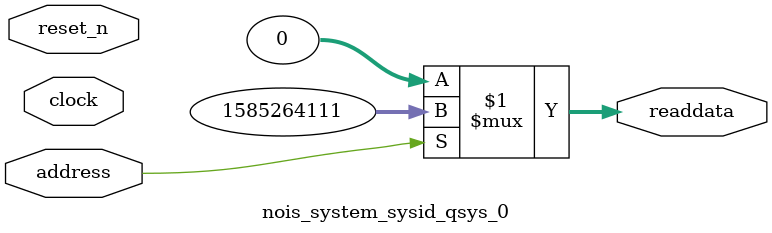
<source format=v>



// synthesis translate_off
`timescale 1ns / 1ps
// synthesis translate_on

// turn off superfluous verilog processor warnings 
// altera message_level Level1 
// altera message_off 10034 10035 10036 10037 10230 10240 10030 

module nois_system_sysid_qsys_0 (
               // inputs:
                address,
                clock,
                reset_n,

               // outputs:
                readdata
             )
;

  output  [ 31: 0] readdata;
  input            address;
  input            clock;
  input            reset_n;

  wire    [ 31: 0] readdata;
  //control_slave, which is an e_avalon_slave
  assign readdata = address ? 1585264111 : 0;

endmodule



</source>
